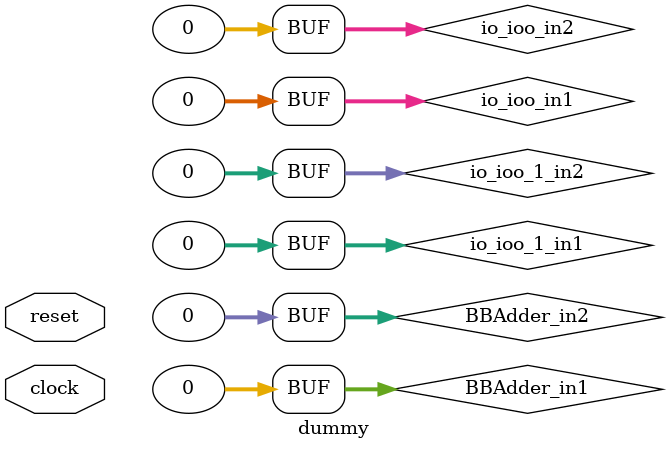
<source format=v>
module dummy(
  input   clock,
  input   reset
);
  wire [31:0] io_ioo_in1; // @[Main.scala 34:25]
  wire [31:0] io_ioo_in2; // @[Main.scala 34:25]
  wire [32:0] io_ioo_out; // @[Main.scala 34:25]
  wire [31:0] io_ioo_1_in1; // @[Main.scala 34:25]
  wire [31:0] io_ioo_1_in2; // @[Main.scala 34:25]
  wire [32:0] io_ioo_1_out; // @[Main.scala 34:25]
  wire [31:0] BBAdder_in1; // @[Main.scala 36:25]
  wire [31:0] BBAdder_in2; // @[Main.scala 36:25]
  wire [32:0] BBAdder_out; // @[Main.scala 36:25]
  BlackBoxAdder io_ioo ( // @[Main.scala 34:25]
    .in1(io_ioo_in1),
    .in2(io_ioo_in2),
    .out(io_ioo_out)
  );
  BlackBoxAdder io_ioo_1 ( // @[Main.scala 34:25]
    .in1(io_ioo_1_in1),
    .in2(io_ioo_1_in2),
    .out(io_ioo_1_out)
  );
  BlackBoxAdder BBAdder ( // @[Main.scala 36:25]
    .in1(BBAdder_in1),
    .in2(BBAdder_in2),
    .out(BBAdder_out)
  );
  assign io_ioo_in1 = 32'h0;
  assign io_ioo_in2 = 32'h0;
  assign io_ioo_1_in1 = 32'h0;
  assign io_ioo_1_in2 = 32'h0;
  assign BBAdder_in1 = 32'h0;
  assign BBAdder_in2 = 32'h0;
endmodule

</source>
